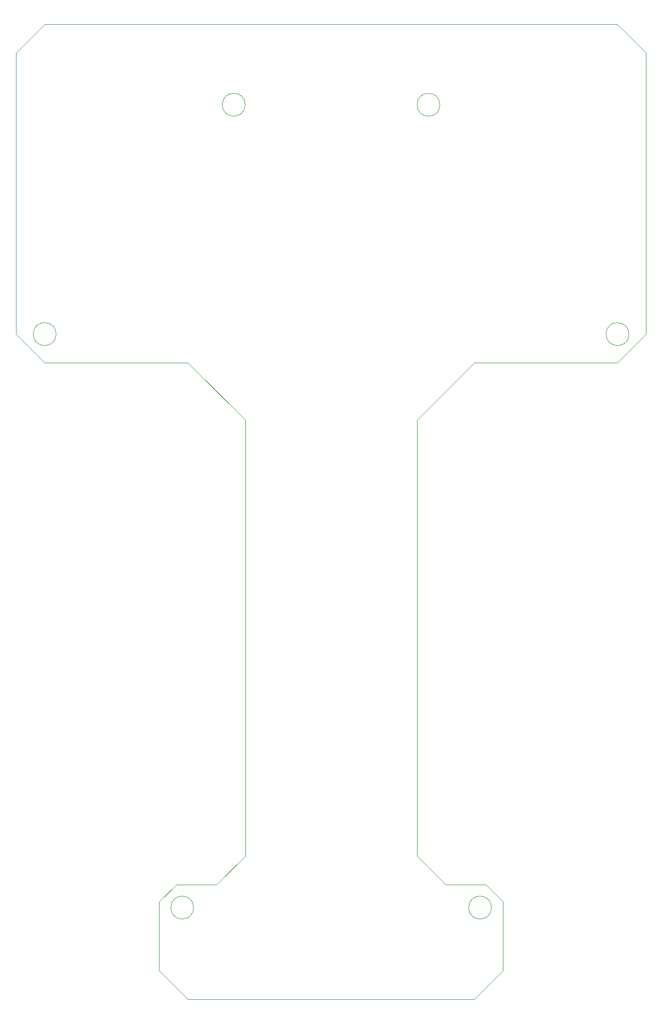
<source format=gbr>
%TF.GenerationSoftware,KiCad,Pcbnew,(5.1.9)-1*%
%TF.CreationDate,2022-05-19T12:20:13-04:00*%
%TF.ProjectId,esp32pcbbot,65737033-3270-4636-9262-6f742e6b6963,rev?*%
%TF.SameCoordinates,Original*%
%TF.FileFunction,Profile,NP*%
%FSLAX46Y46*%
G04 Gerber Fmt 4.6, Leading zero omitted, Abs format (unit mm)*
G04 Created by KiCad (PCBNEW (5.1.9)-1) date 2022-05-19 12:20:13*
%MOMM*%
%LPD*%
G01*
G04 APERTURE LIST*
%TA.AperFunction,Profile*%
%ADD10C,0.050000*%
%TD*%
%TA.AperFunction,Profile*%
%ADD11C,0.100000*%
%TD*%
G04 APERTURE END LIST*
D10*
X109000000Y-39000000D02*
G75*
G03*
X109000000Y-39000000I-2000000J0D01*
G01*
X75000000Y-39000000D02*
G75*
G03*
X75000000Y-39000000I-2000000J0D01*
G01*
X118000000Y-179000000D02*
G75*
G03*
X118000000Y-179000000I-2000000J0D01*
G01*
X66000000Y-179000000D02*
G75*
G03*
X66000000Y-179000000I-2000000J0D01*
G01*
X42000000Y-79000000D02*
G75*
G03*
X42000000Y-79000000I-2000000J0D01*
G01*
X142000000Y-79000000D02*
G75*
G03*
X142000000Y-79000000I-2000000J0D01*
G01*
X117000000Y-175000000D02*
X110000000Y-175000000D01*
X120000000Y-178000000D02*
X120000000Y-190000000D01*
X60000000Y-178000000D02*
X60000000Y-190000000D01*
X70000000Y-175000000D02*
X63000000Y-175000000D01*
X63000000Y-175000000D02*
X60000000Y-178000000D01*
X117000000Y-175000000D02*
X120000000Y-178000000D01*
D11*
X140000000Y-25000000D02*
X145000000Y-30000000D01*
X40000000Y-25000000D02*
X140000000Y-25000000D01*
X35000000Y-30000000D02*
X40000000Y-25000000D01*
X35000000Y-79000000D02*
X35000000Y-30000000D01*
X40000000Y-84000000D02*
X35000000Y-79000000D01*
X65000000Y-84000000D02*
X40000000Y-84000000D01*
X75000000Y-94000000D02*
X65000000Y-84000000D01*
X75000000Y-170000000D02*
X75000000Y-94000000D01*
X70000000Y-175000000D02*
X75000000Y-170000000D01*
X65000000Y-195000000D02*
X60000000Y-190000000D01*
X115000000Y-195000000D02*
X65000000Y-195000000D01*
X120000000Y-190000000D02*
X115000000Y-195000000D01*
X105000000Y-170000000D02*
X110000000Y-175000000D01*
X105000000Y-94000000D02*
X105000000Y-170000000D01*
X115000000Y-84000000D02*
X105000000Y-94000000D01*
X140000000Y-84000000D02*
X115000000Y-84000000D01*
X145000000Y-79000000D02*
X140000000Y-84000000D01*
X145000000Y-30000000D02*
X145000000Y-79000000D01*
M02*

</source>
